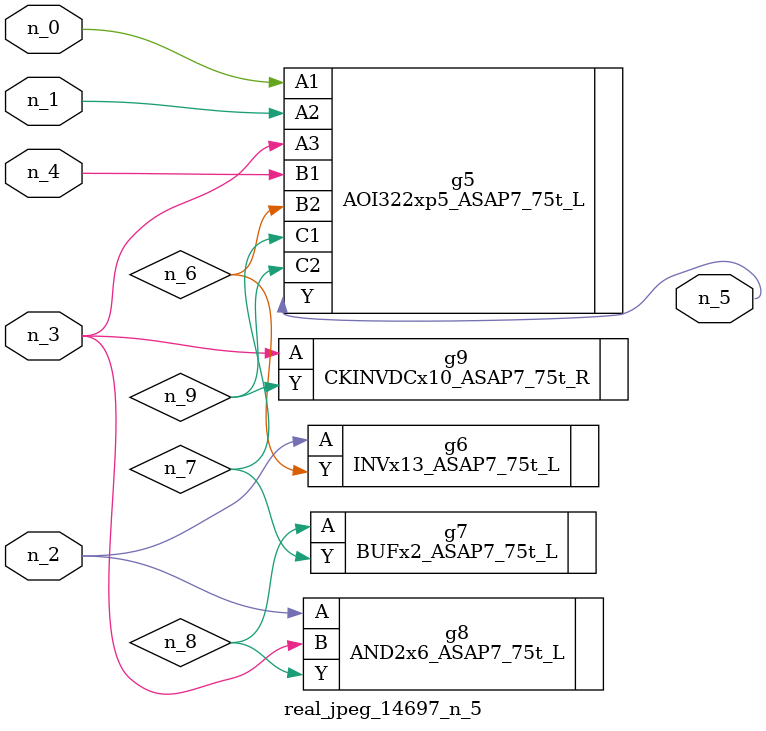
<source format=v>
module real_jpeg_14697_n_5 (n_4, n_0, n_1, n_2, n_3, n_5);

input n_4;
input n_0;
input n_1;
input n_2;
input n_3;

output n_5;

wire n_8;
wire n_6;
wire n_7;
wire n_9;

AOI322xp5_ASAP7_75t_L g5 ( 
.A1(n_0),
.A2(n_1),
.A3(n_3),
.B1(n_4),
.B2(n_6),
.C1(n_7),
.C2(n_9),
.Y(n_5)
);

INVx13_ASAP7_75t_L g6 ( 
.A(n_2),
.Y(n_6)
);

AND2x6_ASAP7_75t_L g8 ( 
.A(n_2),
.B(n_3),
.Y(n_8)
);

CKINVDCx10_ASAP7_75t_R g9 ( 
.A(n_3),
.Y(n_9)
);

BUFx2_ASAP7_75t_L g7 ( 
.A(n_8),
.Y(n_7)
);


endmodule
</source>
